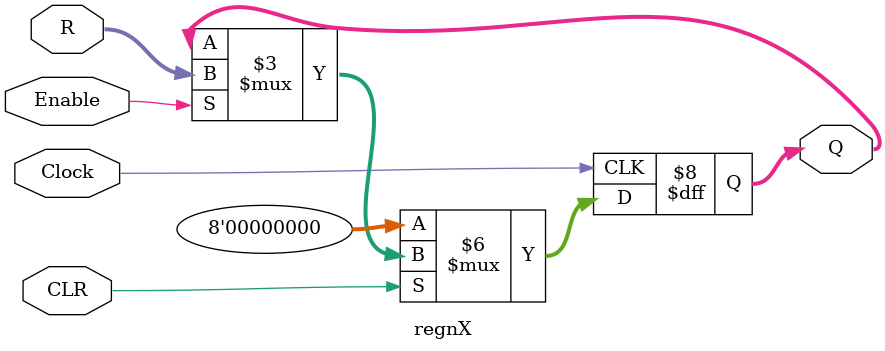
<source format=v>
module regnX(R,Enable,CLR,Clock,Q);
	parameter n = 8;
	input [n-1:0]R;
	input Enable,CLR,Clock;
	output reg [n-1:0]Q;
	
	always@(posedge Clock)
		if(~CLR)	Q <= 1'd0;
		else if(Enable)
			Q <= R;
endmodule

</source>
